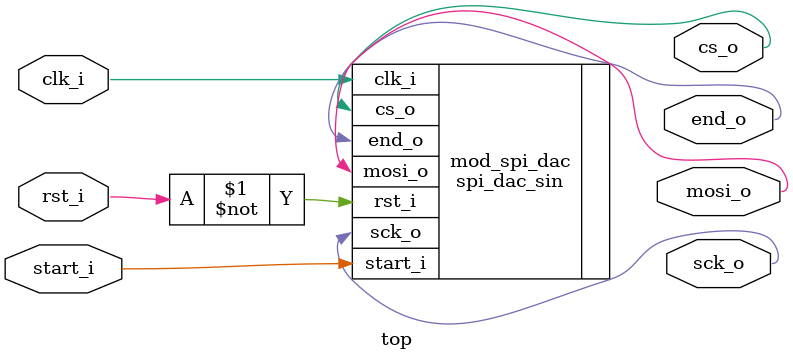
<source format=v>
module top (
  input   rst_i,
  input   clk_i,
  input   start_i,
  output  mosi_o,
  output  sck_o,
  output  cs_o,
  output  end_o
);


  spi_dac_sin mod_spi_dac (
    .rst_i(~rst_i),
    .clk_i(clk_i),
    .start_i(start_i),
    .mosi_o(mosi_o),
    .sck_o(sck_o),
    .cs_o(cs_o),
    .end_o(end_o)
);

endmodule
</source>
